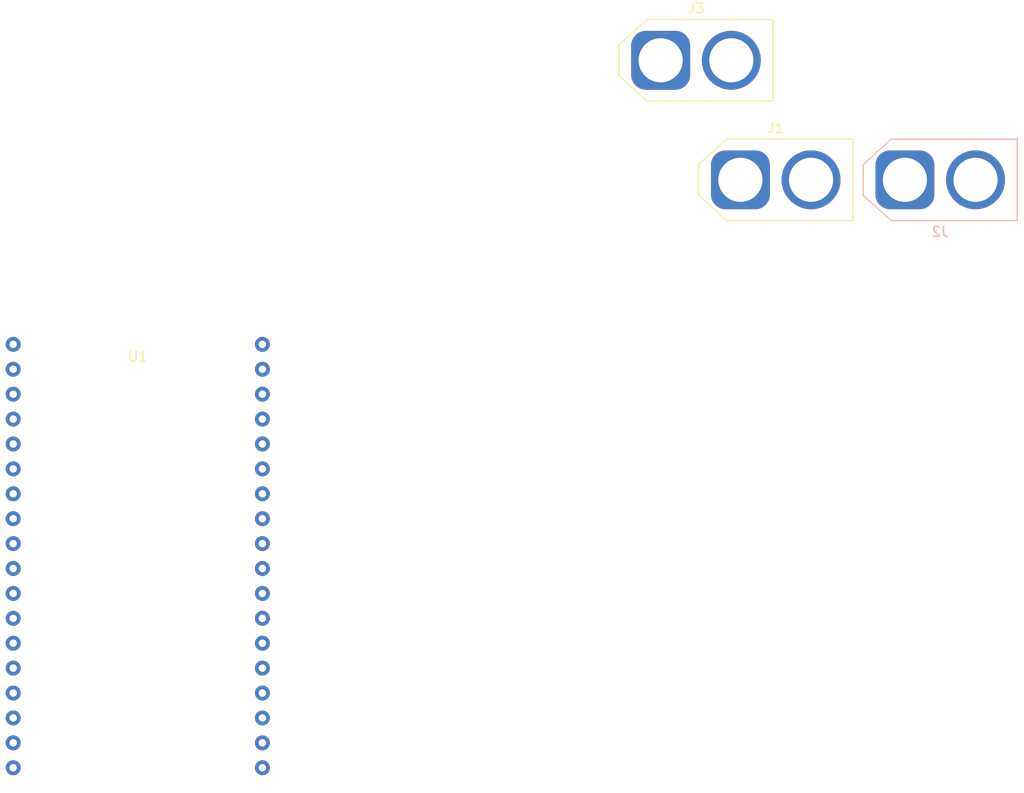
<source format=kicad_pcb>
(kicad_pcb (version 20221018) (generator pcbnew)
  (layers (0 "F.Cu" signal) (31 "B.Cu" signal) (34 "B.Paste" user) (35 "F.Paste" user) (36 "B.SilkS" user "B.Silkscreen") (37 "F.SilkS" user "F.Silkscreen") (38 "B.Mask" user) (39 "F.Mask" user) (44 "Edge.Cuts" user))
  (net 0 "")
  (net 1 "GND")
  (net 2 "Net-(J1-Pin_2)")
  (net 3 "VCC")
  (footprint "Connector_AMASS:AMASS_XT60-F_1x02_P7.20mm_Vertical" (layer "F.Cu") (at 163.024 62.484)
    (fp_text reference "J3" (at 3.6 -5.3 180) (layer "F.SilkS"))
    (fp_text value "conector t")
    (fp_line (start -4.25 -1.6) (end -4.25 1.55) (stroke (width 0.12)) (layer "F.SilkS"))
    (fp_line (start -4.25 1.55) (end -1.4 4.15) (stroke (width 0.12)) (layer "F.SilkS"))
    (fp_line (start -1.4 -4.15) (end -4.25 -1.6) (stroke (width 0.12)) (layer "F.SilkS"))
    (fp_line (start -1.4 4.15) (end 11.45 4.15) (stroke (width 0.12)) (layer "F.SilkS"))
    (fp_line (start 11.45 -4.15) (end -1.4 -4.15) (stroke (width 0.12)) (layer "F.SilkS"))
    (fp_line (start 11.45 4.15) (end 11.45 -4.15) (stroke (width 0.12)) (layer "F.SilkS"))
    (pad "1" thru_hole roundrect (at 0 0) (size 6 6) (drill 4.5) (layers "*.Cu" "*.Mask") (net 3 "VCC"))
    (pad "2" thru_hole circle (at 7.2 0) (size 6 6) (drill 4.5) (layers "*.Cu" "*.Mask") (net 1 "GND"))
  )
  (footprint "Connector_AMASS:AMASS_XT60-F_1x02_P7.20mm_Vertical" (layer "F.Cu") (at 171.152 74.676)
    (fp_text reference "J1" (at 3.6 -5.3 180) (layer "F.SilkS"))
    (fp_text value "Screw_Terminal_01x02")
    (fp_line (start -4.25 -1.6) (end -4.25 1.55) (stroke (width 0.12)) (layer "F.SilkS"))
    (fp_line (start -4.25 1.55) (end -1.4 4.15) (stroke (width 0.12)) (layer "F.SilkS"))
    (fp_line (start -1.4 -4.15) (end -4.25 -1.6) (stroke (width 0.12)) (layer "F.SilkS"))
    (fp_line (start -1.4 4.15) (end 11.45 4.15) (stroke (width 0.12)) (layer "F.SilkS"))
    (fp_line (start 11.45 -4.15) (end -1.4 -4.15) (stroke (width 0.12)) (layer "F.SilkS"))
    (fp_line (start 11.45 4.15) (end 11.45 -4.15) (stroke (width 0.12)) (layer "F.SilkS"))
    (pad "1" thru_hole roundrect (at 0 0) (size 6 6) (drill 4.5) (layers "*.Cu" "*.Mask") (net 1 "GND"))
    (pad "2" thru_hole circle (at 7.2 0) (size 6 6) (drill 4.5) (layers "*.Cu" "*.Mask") (net 2 "Net-(J1-Pin_2)"))
  )
  (footprint "doit-esp32-devkit-kicad-master:ESP32-DOIT-DEVKIT" (layer "F.Cu") (at 109.732 88.917)
    (fp_text reference "U1" (at 0 3.81) (layer "F.SilkS"))
    (fp_text value "DOIT-ESP32-DEVKIT-V1")
    (pad "1" thru_hole circle (at -12.7 2.54) (size 1.524 1.524) (drill 0.762) (layers "*.Cu" "*.Mask"))
    (pad "2" thru_hole circle (at -12.7 5.08) (size 1.524 1.524) (drill 0.762) (layers "*.Cu" "*.Mask"))
    (pad "3" thru_hole circle (at -12.7 7.62) (size 1.524 1.524) (drill 0.762) (layers "*.Cu" "*.Mask"))
    (pad "4" thru_hole circle (at -12.7 10.16) (size 1.524 1.524) (drill 0.762) (layers "*.Cu" "*.Mask"))
    (pad "5" thru_hole circle (at -12.7 12.7) (size 1.524 1.524) (drill 0.762) (layers "*.Cu" "*.Mask"))
    (pad "6" thru_hole circle (at -12.7 15.24) (size 1.524 1.524) (drill 0.762) (layers "*.Cu" "*.Mask"))
    (pad "7" thru_hole circle (at -12.7 17.78) (size 1.524 1.524) (drill 0.762) (layers "*.Cu" "*.Mask"))
    (pad "8" thru_hole circle (at -12.7 20.32) (size 1.524 1.524) (drill 0.762) (layers "*.Cu" "*.Mask"))
    (pad "9" thru_hole circle (at -12.7 22.86) (size 1.524 1.524) (drill 0.762) (layers "*.Cu" "*.Mask"))
    (pad "10" thru_hole circle (at -12.7 25.4) (size 1.524 1.524) (drill 0.762) (layers "*.Cu" "*.Mask"))
    (pad "11" thru_hole circle (at -12.7 27.94) (size 1.524 1.524) (drill 0.762) (layers "*.Cu" "*.Mask"))
    (pad "12" thru_hole circle (at -12.7 30.48) (size 1.524 1.524) (drill 0.762) (layers "*.Cu" "*.Mask"))
    (pad "13" thru_hole circle (at -12.7 33.02) (size 1.524 1.524) (drill 0.762) (layers "*.Cu" "*.Mask"))
    (pad "14" thru_hole circle (at -12.7 35.56) (size 1.524 1.524) (drill 0.762) (layers "*.Cu" "*.Mask"))
    (pad "15" thru_hole circle (at -12.7 38.1) (size 1.524 1.524) (drill 0.762) (layers "*.Cu" "*.Mask"))
    (pad "16" thru_hole circle (at -12.7 40.64) (size 1.524 1.524) (drill 0.762) (layers "*.Cu" "*.Mask"))
    (pad "17" thru_hole circle (at -12.7 43.18) (size 1.524 1.524) (drill 0.762) (layers "*.Cu" "*.Mask"))
    (pad "18" thru_hole circle (at -12.7 45.72) (size 1.524 1.524) (drill 0.762) (layers "*.Cu" "*.Mask"))
    (pad "19" thru_hole circle (at 12.7 45.72) (size 1.524 1.524) (drill 0.762) (layers "*.Cu" "*.Mask"))
    (pad "20" thru_hole circle (at 12.7 43.18) (size 1.524 1.524) (drill 0.762) (layers "*.Cu" "*.Mask"))
    (pad "21" thru_hole circle (at 12.7 40.64) (size 1.524 1.524) (drill 0.762) (layers "*.Cu" "*.Mask"))
    (pad "22" thru_hole circle (at 12.7 38.1) (size 1.524 1.524) (drill 0.762) (layers "*.Cu" "*.Mask"))
    (pad "23" thru_hole circle (at 12.7 35.56) (size 1.524 1.524) (drill 0.762) (layers "*.Cu" "*.Mask"))
    (pad "24" thru_hole circle (at 12.7 33.02) (size 1.524 1.524) (drill 0.762) (layers "*.Cu" "*.Mask"))
    (pad "25" thru_hole circle (at 12.7 30.48) (size 1.524 1.524) (drill 0.762) (layers "*.Cu" "*.Mask"))
    (pad "26" thru_hole circle (at 12.7 27.94) (size 1.524 1.524) (drill 0.762) (layers "*.Cu" "*.Mask"))
    (pad "27" thru_hole circle (at 12.7 25.4) (size 1.524 1.524) (drill 0.762) (layers "*.Cu" "*.Mask"))
    (pad "28" thru_hole circle (at 12.7 22.86) (size 1.524 1.524) (drill 0.762) (layers "*.Cu" "*.Mask"))
    (pad "29" thru_hole circle (at 12.7 20.32) (size 1.524 1.524) (drill 0.762) (layers "*.Cu" "*.Mask"))
    (pad "30" thru_hole circle (at 12.7 17.78) (size 1.524 1.524) (drill 0.762) (layers "*.Cu" "*.Mask"))
    (pad "31" thru_hole circle (at 12.7 15.24) (size 1.524 1.524) (drill 0.762) (layers "*.Cu" "*.Mask"))
    (pad "32" thru_hole circle (at 12.7 12.7) (size 1.524 1.524) (drill 0.762) (layers "*.Cu" "*.Mask"))
    (pad "33" thru_hole circle (at 12.7 10.16) (size 1.524 1.524) (drill 0.762) (layers "*.Cu" "*.Mask"))
    (pad "34" thru_hole circle (at 12.7 7.62) (size 1.524 1.524) (drill 0.762) (layers "*.Cu" "*.Mask"))
    (pad "35" thru_hole circle (at 12.7 5.08) (size 1.524 1.524) (drill 0.762) (layers "*.Cu" "*.Mask"))
    (pad "36" thru_hole circle (at 12.7 2.54) (size 1.524 1.524) (drill 0.762) (layers "*.Cu" "*.Mask"))
  )
  (footprint "Connector_AMASS:AMASS_XT60-F_1x02_P7.20mm_Vertical" (layer "B.Cu") (at 187.916 74.676)
    (fp_text reference "J2" (at 3.6 5.3) (layer "B.SilkS") (effects (justify mirror)))
    (fp_text value "Screw_Terminal_01x02")
    (fp_line (start -4.25 -1.55) (end -1.4 -4.15) (stroke (width 0.12)) (layer "B.SilkS"))
    (fp_line (start -4.25 1.6) (end -4.25 -1.55) (stroke (width 0.12)) (layer "B.SilkS"))
    (fp_line (start -1.4 -4.15) (end 11.45 -4.15) (stroke (width 0.12)) (layer "B.SilkS"))
    (fp_line (start -1.4 4.15) (end -4.25 1.6) (stroke (width 0.12)) (layer "B.SilkS"))
    (fp_line (start 11.45 -4.15) (end 11.45 4.15) (stroke (width 0.12)) (layer "B.SilkS"))
    (fp_line (start 11.45 4.15) (end -1.4 4.15) (stroke (width 0.12)) (layer "B.SilkS"))
    (pad "1" thru_hole roundrect (at 0 0) (size 6 6) (drill 4.5) (layers "*.Cu" "*.Mask") (net 2 "Net-(J1-Pin_2)"))
    (pad "2" thru_hole circle (at 7.2 0) (size 6 6) (drill 4.5) (layers "*.Cu" "*.Mask") (net 3 "VCC"))
  )
)
</source>
